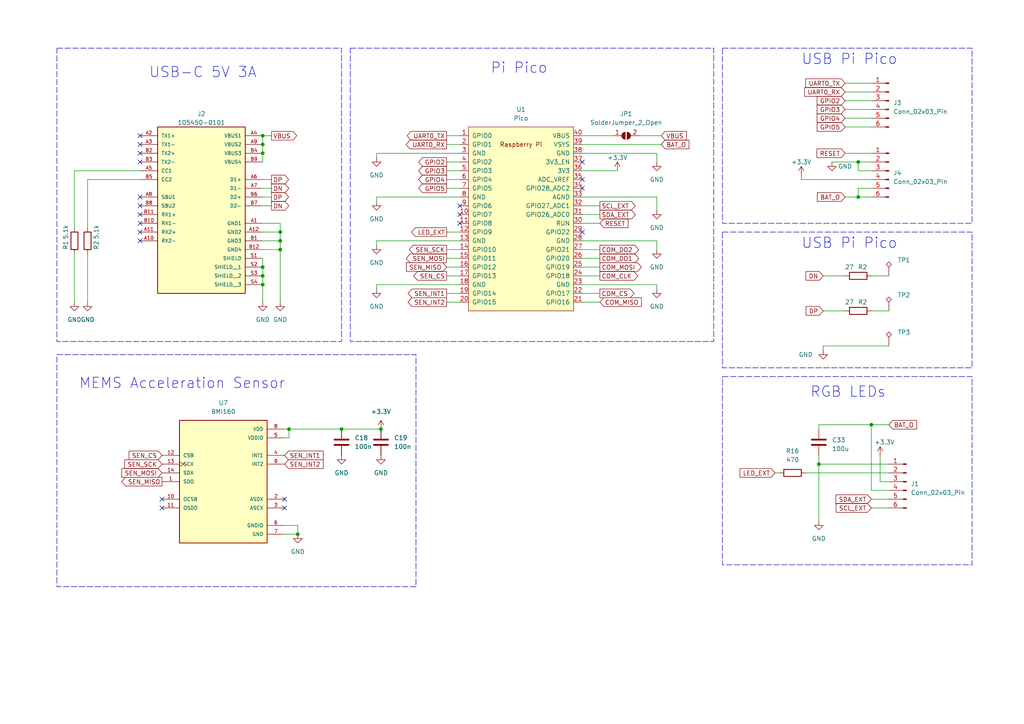
<source format=kicad_sch>
(kicad_sch (version 20230121) (generator eeschema)
  (paper "A4")
  (title_block (title "Frackstock ET2024") (date "2024-03-24") (rev "2") (company "Eberkreis Engineering"))
  (lib_symbols
    (symbol "105450-0101:105450-0101" (pin_names (offset 1.016))
      (property "Reference" "J" (at -12.7254 20.8534 0))
      (property "Value" "105450-0101" (at -12.7254 -30.5308 0))
      (symbol "105450-0101_0_0"
        (rectangle (start -12.7 -27.94) (end 12.7 20.32) (stroke (width 0.254)) (fill (type background)))
        (pin passive line (at 17.78 -7.62 180) (length 5.08) (name "GND1") (number "A1"))
        (pin passive line (at -17.78 -12.7 0) (length 5.08) (name "RX2-") (number "A10"))
        (pin passive line (at -17.78 -10.16 0) (length 5.08) (name "RX2+") (number "A11"))
        (pin passive line (at 17.78 -10.16 180) (length 5.08) (name "GND2") (number "A12"))
        (pin passive line (at -17.78 17.78 0) (length 5.08) (name "TX1+") (number "A2"))
        (pin passive line (at -17.78 15.24 0) (length 5.08) (name "TX1-") (number "A3"))
        (pin passive line (at 17.78 17.78 180) (length 5.08) (name "VBUS1") (number "A4"))
        (pin passive line (at -17.78 7.62 0) (length 5.08) (name "CC1") (number "A5"))
        (pin passive line (at 17.78 5.08 180) (length 5.08) (name "D1+") (number "A6"))
        (pin passive line (at 17.78 2.54 180) (length 5.08) (name "D1-") (number "A7"))
        (pin passive line (at -17.78 0 0) (length 5.08) (name "SBU1") (number "A8"))
        (pin passive line (at 17.78 15.24 180) (length 5.08) (name "VBUS2") (number "A9"))
        (pin passive line (at 17.78 -12.7 180) (length 5.08) (name "GND3") (number "B1"))
        (pin passive line (at -17.78 -7.62 0) (length 5.08) (name "RX1-") (number "B10"))
        (pin passive line (at -17.78 -5.08 0) (length 5.08) (name "RX1+") (number "B11"))
        (pin passive line (at 17.78 -15.24 180) (length 5.08) (name "GND4") (number "B12"))
        (pin passive line (at -17.78 12.7 0) (length 5.08) (name "TX2+") (number "B2"))
        (pin passive line (at -17.78 10.16 0) (length 5.08) (name "TX2-") (number "B3"))
        (pin passive line (at 17.78 12.7 180) (length 5.08) (name "VBUS3") (number "B4"))
        (pin passive line (at -17.78 5.08 0) (length 5.08) (name "CC2") (number "B5"))
        (pin passive line (at 17.78 0 180) (length 5.08) (name "D2+") (number "B6"))
        (pin passive line (at 17.78 -2.54 180) (length 5.08) (name "D2-") (number "B7"))
        (pin passive line (at -17.78 -2.54 0) (length 5.08) (name "SBU2") (number "B8"))
        (pin passive line (at 17.78 10.16 180) (length 5.08) (name "VBUS4") (number "B9"))
        (pin passive line (at 17.78 -17.78 180) (length 5.08) (name "SHIELD") (number "S1"))
        (pin passive line (at 17.78 -20.32 180) (length 5.08) (name "SHIELD__1") (number "S2"))
        (pin passive line (at 17.78 -22.86 180) (length 5.08) (name "SHIELD__2") (number "S3"))
        (pin passive line (at 17.78 -25.4 180) (length 5.08) (name "SHIELD__3") (number "S4"))
      )
    )
    (symbol "BMI160:BMI160" (pin_names (offset 1.016))
      (property "Reference" "U" (at -12.7 18.415 0))
      (property "Value" "BMI160" (at -12.7 -20.32 0))
      (symbol "BMI160_0_0"
        (rectangle (start -12.7 -17.78) (end 12.7 17.78) (stroke (width 0.254)) (fill (type background)))
        (pin bidirectional line (at -17.78 0 0) (length 5.08) (name "SDO") (number "1"))
        (pin input line (at -17.78 -5.08 0) (length 5.08) (name "OCSB") (number "10"))
        (pin output line (at -17.78 -7.62 0) (length 5.08) (name "OSDO") (number "11"))
        (pin input line (at -17.78 7.62 0) (length 5.08) (name "CSB") (number "12"))
        (pin input clock (at -17.78 5.08 0) (length 5.08) (name "SCX") (number "13"))
        (pin bidirectional line (at -17.78 2.54 0) (length 5.08) (name "SDX") (number "14"))
        (pin bidirectional line (at 17.78 -5.08 180) (length 5.08) (name "ASDX") (number "2"))
        (pin bidirectional line (at 17.78 -7.62 180) (length 5.08) (name "ASCX") (number "3"))
        (pin bidirectional line (at 17.78 7.62 180) (length 5.08) (name "INT1") (number "4"))
        (pin power_in line (at 17.78 12.7 180) (length 5.08) (name "VDDIO") (number "5"))
        (pin power_in line (at 17.78 -12.7 180) (length 5.08) (name "GNDIO") (number "6"))
        (pin power_in line (at 17.78 -15.24 180) (length 5.08) (name "GND") (number "7"))
        (pin power_in line (at 17.78 15.24 180) (length 5.08) (name "VDD") (number "8"))
        (pin bidirectional line (at 17.78 5.08 180) (length 5.08) (name "INT2") (number "9"))
      )
    )
    (symbol "Connector:Conn_01x06_Pin" (pin_names (offset 1.016) hide)
      (property "Reference" "J" (at 0 7.62 0))
      (property "Value" "Conn_01x06_Pin" (at 0 -10.16 0))
      (symbol "Conn_01x06_Pin_1_1"
        (polyline (pts (xy 1.27 -7.62) (xy 0.8636 -7.62)) (stroke (width 0.1524)))
        (polyline (pts (xy 1.27 -5.08) (xy 0.8636 -5.08)) (stroke (width 0.1524)))
        (polyline (pts (xy 1.27 -2.54) (xy 0.8636 -2.54)) (stroke (width 0.1524)))
        (polyline (pts (xy 1.27 0) (xy 0.8636 0)) (stroke (width 0.1524)))
        (polyline (pts (xy 1.27 2.54) (xy 0.8636 2.54)) (stroke (width 0.1524)))
        (polyline (pts (xy 1.27 5.08) (xy 0.8636 5.08)) (stroke (width 0.1524)))
        (rectangle (start 0.8636 -7.493) (end 0 -7.747) (stroke (width 0.1524)) (fill (type outline)))
        (rectangle (start 0.8636 -4.953) (end 0 -5.207) (stroke (width 0.1524)) (fill (type outline)))
        (rectangle (start 0.8636 -2.413) (end 0 -2.667) (stroke (width 0.1524)) (fill (type outline)))
        (rectangle (start 0.8636 0.127) (end 0 -0.127) (stroke (width 0.1524)) (fill (type outline)))
        (rectangle (start 0.8636 2.667) (end 0 2.413) (stroke (width 0.1524)) (fill (type outline)))
        (rectangle (start 0.8636 5.207) (end 0 4.953) (stroke (width 0.1524)) (fill (type outline)))
        (pin passive line (at 5.08 5.08 180) (length 3.81) (name "Pin_1") (number "1"))
        (pin passive line (at 5.08 2.54 180) (length 3.81) (name "Pin_2") (number "2"))
        (pin passive line (at 5.08 0 180) (length 3.81) (name "Pin_3") (number "3"))
        (pin passive line (at 5.08 -2.54 180) (length 3.81) (name "Pin_4") (number "4"))
        (pin passive line (at 5.08 -5.08 180) (length 3.81) (name "Pin_5") (number "5"))
        (pin passive line (at 5.08 -7.62 180) (length 3.81) (name "Pin_6") (number "6"))
      )
    )
    (symbol "Connector:TestPoint_Alt" (pin_numbers hide) (pin_names (offset 0.762) hide)
      (property "Reference" "TP" (at 0 6.858 0))
      (property "Value" "TestPoint_Alt" (at 0 5.08 0))
      (symbol "TestPoint_Alt_0_1"
        (polyline (pts (xy 0 2.54) (xy -0.762 3.302) (xy 0 4.064) (xy 0.762 3.302) (xy 0 2.54)))
      )
      (symbol "TestPoint_Alt_1_1"
        (pin passive line (at 0 0 90) (length 2.54) (name "1") (number "1"))
      )
    )
    (symbol "Device:C" (pin_numbers hide) (pin_names (offset 0.254))
      (property "Reference" "C" (at 0.635 2.54 0))
      (property "Value" "C" (at 0.635 -2.54 0))
      (symbol "C_0_1"
        (polyline (pts (xy -2.032 -0.762) (xy 2.032 -0.762)) (stroke (width 0.508)))
        (polyline (pts (xy -2.032 0.762) (xy 2.032 0.762)) (stroke (width 0.508)))
      )
      (symbol "C_1_1"
        (pin passive line (at 0 3.81 270) (length 2.794) (name "~") (number "1"))
        (pin passive line (at 0 -3.81 90) (length 2.794) (name "~") (number "2"))
      )
    )
    (symbol "Device:R" (pin_numbers hide) (pin_names (offset 0))
      (property "Reference" "R" (at 2.032 0 90))
      (property "Value" "R" (at 0 0 90))
      (symbol "R_0_1"
        (rectangle (start -1.016 -2.54) (end 1.016 2.54) (stroke (width 0.254)))
      )
      (symbol "R_1_1"
        (pin passive line (at 0 3.81 270) (length 1.27) (name "~") (number "1"))
        (pin passive line (at 0 -3.81 90) (length 1.27) (name "~") (number "2"))
      )
    )
    (symbol "Frack:Pico_ohne_Debug" (pin_names (offset 1.016))
      (property "Reference" "U" (at -13.97 27.94 0))
      (property "Value" "Pico" (at 0 19.05 0))
      (symbol "Pico_ohne_Debug_0_0"
        (text "Raspberry Pi" (at 0 21.59 0) (effects (font (size 1.27 1.27))))
      )
      (symbol "Pico_ohne_Debug_0_1"
        (rectangle (start -15.24 26.67) (end 15.24 -26.67) (fill (type background)))
      )
      (symbol "Pico_ohne_Debug_1_1"
        (pin bidirectional line (at -17.78 24.13 0) (length 2.54) (name "GPIO0") (number "1"))
        (pin bidirectional line (at -17.78 1.27 0) (length 2.54) (name "GPIO7") (number "10"))
        (pin bidirectional line (at -17.78 -1.27 0) (length 2.54) (name "GPIO8") (number "11"))
        (pin bidirectional line (at -17.78 -3.81 0) (length 2.54) (name "GPIO9") (number "12"))
        (pin power_in line (at -17.78 -6.35 0) (length 2.54) (name "GND") (number "13"))
        (pin bidirectional line (at -17.78 -8.89 0) (length 2.54) (name "GPIO10") (number "14"))
        (pin bidirectional line (at -17.78 -11.43 0) (length 2.54) (name "GPIO11") (number "15"))
        (pin bidirectional line (at -17.78 -13.97 0) (length 2.54) (name "GPIO12") (number "16"))
        (pin bidirectional line (at -17.78 -16.51 0) (length 2.54) (name "GPIO13") (number "17"))
        (pin power_in line (at -17.78 -19.05 0) (length 2.54) (name "GND") (number "18"))
        (pin bidirectional line (at -17.78 -21.59 0) (length 2.54) (name "GPIO14") (number "19"))
        (pin bidirectional line (at -17.78 21.59 0) (length 2.54) (name "GPIO1") (number "2"))
        (pin bidirectional line (at -17.78 -24.13 0) (length 2.54) (name "GPIO15") (number "20"))
        (pin bidirectional line (at 17.78 -24.13 180) (length 2.54) (name "GPIO16") (number "21"))
        (pin bidirectional line (at 17.78 -21.59 180) (length 2.54) (name "GPIO17") (number "22"))
        (pin power_in line (at 17.78 -19.05 180) (length 2.54) (name "GND") (number "23"))
        (pin bidirectional line (at 17.78 -16.51 180) (length 2.54) (name "GPIO18") (number "24"))
        (pin bidirectional line (at 17.78 -13.97 180) (length 2.54) (name "GPIO19") (number "25"))
        (pin bidirectional line (at 17.78 -11.43 180) (length 2.54) (name "GPIO20") (number "26"))
        (pin bidirectional line (at 17.78 -8.89 180) (length 2.54) (name "GPIO21") (number "27"))
        (pin power_in line (at 17.78 -6.35 180) (length 2.54) (name "GND") (number "28"))
        (pin bidirectional line (at 17.78 -3.81 180) (length 2.54) (name "GPIO22") (number "29"))
        (pin power_in line (at -17.78 19.05 0) (length 2.54) (name "GND") (number "3"))
        (pin input line (at 17.78 -1.27 180) (length 2.54) (name "RUN") (number "30"))
        (pin bidirectional line (at 17.78 1.27 180) (length 2.54) (name "GPIO26_ADC0") (number "31"))
        (pin bidirectional line (at 17.78 3.81 180) (length 2.54) (name "GPIO27_ADC1") (number "32"))
        (pin power_in line (at 17.78 6.35 180) (length 2.54) (name "AGND") (number "33"))
        (pin bidirectional line (at 17.78 8.89 180) (length 2.54) (name "GPIO28_ADC2") (number "34"))
        (pin unspecified line (at 17.78 11.43 180) (length 2.54) (name "ADC_VREF") (number "35"))
        (pin unspecified line (at 17.78 13.97 180) (length 2.54) (name "3V3") (number "36"))
        (pin input line (at 17.78 16.51 180) (length 2.54) (name "3V3_EN") (number "37"))
        (pin bidirectional line (at 17.78 19.05 180) (length 2.54) (name "GND") (number "38"))
        (pin unspecified line (at 17.78 21.59 180) (length 2.54) (name "VSYS") (number "39"))
        (pin bidirectional line (at -17.78 16.51 0) (length 2.54) (name "GPIO2") (number "4"))
        (pin unspecified line (at 17.78 24.13 180) (length 2.54) (name "VBUS") (number "40"))
        (pin bidirectional line (at -17.78 13.97 0) (length 2.54) (name "GPIO3") (number "5"))
        (pin bidirectional line (at -17.78 11.43 0) (length 2.54) (name "GPIO4") (number "6"))
        (pin bidirectional line (at -17.78 8.89 0) (length 2.54) (name "GPIO5") (number "7"))
        (pin power_in line (at -17.78 6.35 0) (length 2.54) (name "GND") (number "8"))
        (pin bidirectional line (at -17.78 3.81 0) (length 2.54) (name "GPIO6") (number "9"))
      )
    )
    (symbol "Jumper:SolderJumper_2_Open" (pin_names (offset 0) hide)
      (property "Reference" "JP" (at 0 2.032 0))
      (property "Value" "SolderJumper_2_Open" (at 0 -2.54 0))
      (symbol "SolderJumper_2_Open_0_1"
        (arc (start -0.254 1.016) (mid -1.2656 0) (end -0.254 -1.016))
        (arc (start -0.254 1.016) (mid -1.2656 0) (end -0.254 -1.016) (fill (type outline)))
        (polyline (pts (xy -0.254 1.016) (xy -0.254 -1.016)))
        (polyline (pts (xy 0.254 1.016) (xy 0.254 -1.016)))
        (arc (start 0.254 -1.016) (mid 1.2656 0) (end 0.254 1.016))
        (arc (start 0.254 -1.016) (mid 1.2656 0) (end 0.254 1.016) (fill (type outline)))
      )
      (symbol "SolderJumper_2_Open_1_1"
        (pin passive line (at -3.81 0 0) (length 2.54) (name "A") (number "1"))
        (pin passive line (at 3.81 0 180) (length 2.54) (name "B") (number "2"))
      )
    )
    (symbol "power:+3.3V" (power) (pin_names (offset 0))
      (property "Value" "+3.3V" (at 0 3.556 0))
      (symbol "+3.3V_0_1"
        (polyline (pts (xy -0.762 1.27) (xy 0 2.54)))
        (polyline (pts (xy 0 0) (xy 0 2.54)))
        (polyline (pts (xy 0 2.54) (xy 0.762 1.27)))
      )
      (symbol "+3.3V_1_1"
        (pin power_in line (at 0 0 90) (length 0) hide (name "+3.3V") (number "1"))
      )
    )
    (symbol "power:GND" (power) (pin_names (offset 0))
      (property "Value" "GND" (at 0 -3.81 0))
      (symbol "GND_0_1"
        (polyline (pts (xy 0 0) (xy 0 -1.27) (xy 1.27 -1.27) (xy 0 -2.54) (xy -1.27 -1.27) (xy 0 -1.27)))
      )
      (symbol "GND_1_1"
        (pin power_in line (at 0 0 270) (length 0) hide (name "GND") (number "1"))
      )
    )
  )
  (junction (at 76.2 44.45))
  (junction (at 83.82 124.46))
  (junction (at 252.73 123.19))
  (junction (at 76.2 82.55))
  (junction (at 76.2 41.91))
  (junction (at 237.49 134.62))
  (junction (at 248.92 57.15))
  (junction (at 86.36 154.94))
  (junction (at 81.28 67.31))
  (junction (at 99.06 124.46))
  (junction (at 76.2 77.47))
  (junction (at 76.2 39.37))
  (junction (at 248.92 46.99))
  (junction (at 110.49 124.46))
  (junction (at 81.28 72.39))
  (junction (at 81.28 69.85))
  (junction (at 76.2 80.01))
  (no_connect (at 168.91 67.31))
  (no_connect (at 82.55 144.78))
  (no_connect (at 40.64 64.77))
  (no_connect (at 46.99 147.32))
  (no_connect (at 168.91 46.99))
  (no_connect (at 40.64 44.45))
  (no_connect (at 168.91 52.07))
  (no_connect (at 40.64 67.31))
  (no_connect (at 40.64 57.15))
  (no_connect (at 82.55 147.32))
  (no_connect (at 46.99 144.78))
  (no_connect (at 168.91 54.61))
  (no_connect (at 133.35 64.77))
  (no_connect (at 40.64 69.85))
  (no_connect (at 40.64 62.23))
  (no_connect (at 133.35 59.69))
  (no_connect (at 40.64 46.99))
  (no_connect (at 40.64 39.37))
  (no_connect (at 133.35 62.23))
  (no_connect (at 40.64 59.69))
  (no_connect (at 40.64 41.91))
  (wire (pts (xy 168.91 87.63) (xy 173.99 87.63)))
  (wire (pts (xy 245.11 24.13) (xy 252.73 24.13)))
  (wire (pts (xy 129.54 52.07) (xy 133.35 52.07)))
  (wire (pts (xy 129.54 39.37) (xy 133.35 39.37)))
  (wire (pts (xy 76.2 74.93) (xy 76.2 77.47)))
  (wire (pts (xy 82.55 127) (xy 83.82 127)))
  (wire (pts (xy 190.5 57.15) (xy 190.5 60.96)))
  (wire (pts (xy 129.54 54.61) (xy 133.35 54.61)))
  (wire (pts (xy 78.74 52.07) (xy 76.2 52.07)))
  (wire (pts (xy 248.92 57.15) (xy 252.73 57.15)))
  (wire (pts (xy 185.42 39.37) (xy 191.77 39.37)))
  (wire (pts (xy 252.73 123.19) (xy 252.73 142.24)))
  (wire (pts (xy 109.22 44.45) (xy 109.22 45.72)))
  (wire (pts (xy 82.55 154.94) (xy 86.36 154.94)))
  (wire (pts (xy 245.11 31.75) (xy 252.73 31.75)))
  (wire (pts (xy 81.28 67.31) (xy 76.2 67.31)))
  (wire (pts (xy 129.54 41.91) (xy 133.35 41.91)))
  (wire (pts (xy 168.91 82.55) (xy 190.5 82.55)))
  (wire (pts (xy 248.92 54.61) (xy 248.92 57.15)))
  (wire (pts (xy 237.49 132.08) (xy 237.49 134.62)))
  (wire (pts (xy 78.74 59.69) (xy 76.2 59.69)))
  (wire (pts (xy 81.28 64.77) (xy 81.28 67.31)))
  (wire (pts (xy 109.22 57.15) (xy 109.22 58.42)))
  (wire (pts (xy 129.54 77.47) (xy 133.35 77.47)))
  (wire (pts (xy 168.91 57.15) (xy 190.5 57.15)))
  (wire (pts (xy 252.73 147.32) (xy 257.81 147.32)))
  (wire (pts (xy 248.92 49.53) (xy 248.92 46.99)))
  (wire (pts (xy 109.22 69.85) (xy 109.22 71.12)))
  (wire (pts (xy 168.91 80.01) (xy 173.99 80.01)))
  (wire (pts (xy 232.41 52.07) (xy 232.41 50.8)))
  (wire (pts (xy 255.27 139.7) (xy 257.81 139.7)))
  (wire (pts (xy 99.06 124.46) (xy 110.49 124.46)))
  (wire (pts (xy 190.5 44.45) (xy 190.5 46.99)))
  (wire (pts (xy 25.4 66.04) (xy 25.4 52.07)))
  (wire (pts (xy 252.73 52.07) (xy 232.41 52.07)))
  (wire (pts (xy 245.11 36.83) (xy 252.73 36.83)))
  (wire (pts (xy 129.54 74.93) (xy 133.35 74.93)))
  (wire (pts (xy 237.49 123.19) (xy 237.49 124.46)))
  (wire (pts (xy 78.74 54.61) (xy 76.2 54.61)))
  (wire (pts (xy 248.92 46.99) (xy 252.73 46.99)))
  (wire (pts (xy 25.4 52.07) (xy 40.64 52.07)))
  (wire (pts (xy 245.11 57.15) (xy 248.92 57.15)))
  (wire (pts (xy 76.2 44.45) (xy 76.2 46.99)))
  (wire (pts (xy 168.91 49.53) (xy 179.07 49.53)))
  (wire (pts (xy 238.76 80.01) (xy 245.11 80.01)))
  (wire (pts (xy 109.22 82.55) (xy 109.22 83.82)))
  (wire (pts (xy 168.91 69.85) (xy 190.5 69.85)))
  (wire (pts (xy 252.73 144.78) (xy 257.81 144.78)))
  (wire (pts (xy 168.91 39.37) (xy 177.8 39.37)))
  (wire (pts (xy 168.91 72.39) (xy 173.99 72.39)))
  (wire (pts (xy 21.59 87.63) (xy 21.59 73.66)))
  (wire (pts (xy 233.68 137.16) (xy 257.81 137.16)))
  (wire (pts (xy 133.35 44.45) (xy 109.22 44.45)))
  (wire (pts (xy 237.49 134.62) (xy 237.49 151.13)))
  (wire (pts (xy 168.91 44.45) (xy 190.5 44.45)))
  (wire (pts (xy 245.11 44.45) (xy 252.73 44.45)))
  (wire (pts (xy 252.73 90.17) (xy 257.81 90.17)))
  (wire (pts (xy 252.73 54.61) (xy 248.92 54.61)))
  (wire (pts (xy 86.36 152.4) (xy 86.36 154.94)))
  (wire (pts (xy 238.76 90.17) (xy 245.11 90.17)))
  (wire (pts (xy 21.59 49.53) (xy 21.59 66.04)))
  (wire (pts (xy 76.2 80.01) (xy 76.2 82.55)))
  (wire (pts (xy 237.49 123.19) (xy 252.73 123.19)))
  (wire (pts (xy 129.54 87.63) (xy 133.35 87.63)))
  (wire (pts (xy 76.2 39.37) (xy 78.74 39.37)))
  (wire (pts (xy 224.79 137.16) (xy 226.06 137.16)))
  (wire (pts (xy 257.81 123.19) (xy 252.73 123.19)))
  (wire (pts (xy 82.55 152.4) (xy 86.36 152.4)))
  (wire (pts (xy 241.3 46.99) (xy 248.92 46.99)))
  (wire (pts (xy 81.28 87.63) (xy 81.28 72.39)))
  (wire (pts (xy 190.5 69.85) (xy 190.5 72.39)))
  (wire (pts (xy 81.28 64.77) (xy 76.2 64.77)))
  (wire (pts (xy 168.91 59.69) (xy 173.99 59.69)))
  (wire (pts (xy 76.2 77.47) (xy 76.2 80.01)))
  (wire (pts (xy 252.73 80.01) (xy 257.81 80.01)))
  (wire (pts (xy 76.2 41.91) (xy 76.2 44.45)))
  (wire (pts (xy 129.54 80.01) (xy 133.35 80.01)))
  (wire (pts (xy 78.74 57.15) (xy 76.2 57.15)))
  (wire (pts (xy 25.4 87.63) (xy 25.4 73.66)))
  (wire (pts (xy 255.27 132.08) (xy 255.27 139.7)))
  (wire (pts (xy 129.54 72.39) (xy 133.35 72.39)))
  (wire (pts (xy 83.82 124.46) (xy 83.82 127)))
  (wire (pts (xy 129.54 49.53) (xy 133.35 49.53)))
  (wire (pts (xy 129.54 67.31) (xy 133.35 67.31)))
  (wire (pts (xy 190.5 82.55) (xy 190.5 83.82)))
  (wire (pts (xy 76.2 39.37) (xy 76.2 41.91)))
  (wire (pts (xy 81.28 69.85) (xy 81.28 72.39)))
  (wire (pts (xy 168.91 77.47) (xy 173.99 77.47)))
  (wire (pts (xy 82.55 124.46) (xy 83.82 124.46)))
  (wire (pts (xy 81.28 69.85) (xy 76.2 69.85)))
  (wire (pts (xy 252.73 142.24) (xy 257.81 142.24)))
  (wire (pts (xy 81.28 67.31) (xy 81.28 69.85)))
  (wire (pts (xy 168.91 85.09) (xy 173.99 85.09)))
  (wire (pts (xy 238.76 100.33) (xy 257.81 100.33)))
  (wire (pts (xy 168.91 74.93) (xy 173.99 74.93)))
  (wire (pts (xy 81.28 72.39) (xy 76.2 72.39)))
  (wire (pts (xy 168.91 64.77) (xy 173.99 64.77)))
  (wire (pts (xy 133.35 69.85) (xy 109.22 69.85)))
  (wire (pts (xy 133.35 57.15) (xy 109.22 57.15)))
  (wire (pts (xy 245.11 29.21) (xy 252.73 29.21)))
  (wire (pts (xy 76.2 87.63) (xy 76.2 82.55)))
  (wire (pts (xy 129.54 46.99) (xy 133.35 46.99)))
  (wire (pts (xy 133.35 82.55) (xy 109.22 82.55)))
  (wire (pts (xy 238.76 100.33) (xy 238.76 101.6)))
  (wire (pts (xy 129.54 85.09) (xy 133.35 85.09)))
  (wire (pts (xy 245.11 34.29) (xy 252.73 34.29)))
  (wire (pts (xy 168.91 62.23) (xy 173.99 62.23)))
  (wire (pts (xy 252.73 49.53) (xy 248.92 49.53)))
  (wire (pts (xy 237.49 134.62) (xy 257.81 134.62)))
  (wire (pts (xy 245.11 26.67) (xy 252.73 26.67)))
  (wire (pts (xy 83.82 124.46) (xy 99.06 124.46)))
  (wire (pts (xy 168.91 41.91) (xy 191.77 41.91)))
  (wire (pts (xy 21.59 49.53) (xy 40.64 49.53)))
  (rectangle (start 209.55 13.97) (end 281.94 64.77) (stroke (width 0) (type dash)))
  (rectangle (start 16.51 13.97) (end 99.06 99.06) (stroke (width 0) (type dash)))
  (rectangle (start 209.55 109.22) (end 281.94 163.83) (stroke (width 0) (type dash)))
  (rectangle (start 16.51 102.87) (end 120.65 170.18) (stroke (width 0) (type dash)))
  (rectangle (start 209.55 67.31) (end 281.94 106.68) (stroke (width 0) (type dash)))
  (rectangle (start 101.6 13.97) (end 207.01 99.06) (stroke (width 0) (type dash)))
  (text "USB Pi Pico\n" (at 232.41 19.05 0) (effects (font (size 3 3)) (justify left bottom)))
  (text "RGB LEDs" (at 234.95 115.57 0) (effects (font (size 3 3)) (justify left bottom)))
  (text "USB-C 5V 3A" (at 43.18 22.86 0) (effects (font (size 3 3)) (justify left bottom)))
  (text "USB Pi Pico\n" (at 232.41 72.39 0) (effects (font (size 3 3)) (justify left bottom)))
  (text "MEMS Acceleration Sensor" (at 22.86 113.03 0) (effects (font (size 3 3)) (justify left bottom)))
  (text "Pi Pico\n" (at 142.24 21.59 0) (effects (font (size 3 3)) (justify left bottom)))
  (global_label "DP" (shape input) (at 238.76 90.17 180) (property "Intersheetrefs" "${INTERSHEET_REFS}" (effects hide)))
  (global_label "BAT_O" (shape input) (at 191.77 41.91 0) (property "Intersheetrefs" "${INTERSHEET_REFS}" (effects hide)))
  (global_label "SEN_CS" (shape output) (at 129.54 80.01 180) (property "Intersheetrefs" "${INTERSHEET_REFS}" (effects hide)))
  (global_label "SEN_SCK" (shape input) (at 46.99 134.62 180) (property "Intersheetrefs" "${INTERSHEET_REFS}" (effects hide)))
  (global_label "VBUS" (shape output) (at 78.74 39.37 0) (property "Intersheetrefs" "${INTERSHEET_REFS}" (effects hide)))
  (global_label "UART0_TX" (shape output) (at 129.54 39.37 180) (property "Intersheetrefs" "${INTERSHEET_REFS}" (effects hide)))
  (global_label "SDA_EXT" (shape input) (at 252.73 144.78 180) (property "Intersheetrefs" "${INTERSHEET_REFS}" (effects hide)))
  (global_label "GPIO4" (shape output) (at 129.54 52.07 180) (property "Intersheetrefs" "${INTERSHEET_REFS}" (effects hide)))
  (global_label "GPIO3" (shape output) (at 129.54 49.53 180) (property "Intersheetrefs" "${INTERSHEET_REFS}" (effects hide)))
  (global_label "SEN_SCK" (shape output) (at 129.54 72.39 180) (property "Intersheetrefs" "${INTERSHEET_REFS}" (effects hide)))
  (global_label "RESET" (shape input) (at 245.11 44.45 180) (property "Intersheetrefs" "${INTERSHEET_REFS}" (effects hide)))
  (global_label "UART0_TX" (shape input) (at 245.11 24.13 180) (property "Intersheetrefs" "${INTERSHEET_REFS}" (effects hide)))
  (global_label "COM_DO2" (shape output) (at 173.99 72.39 0) (property "Intersheetrefs" "${INTERSHEET_REFS}" (effects hide)))
  (global_label "COM_MOSI" (shape output) (at 173.99 77.47 0) (property "Intersheetrefs" "${INTERSHEET_REFS}" (effects hide)))
  (global_label "COM_CLK" (shape output) (at 173.99 80.01 0) (property "Intersheetrefs" "${INTERSHEET_REFS}" (effects hide)))
  (global_label "SEN_INT2" (shape output) (at 129.54 87.63 180) (property "Intersheetrefs" "${INTERSHEET_REFS}" (effects hide)))
  (global_label "COM_CS" (shape output) (at 173.99 85.09 0) (property "Intersheetrefs" "${INTERSHEET_REFS}" (effects hide)))
  (global_label "UART0_RX" (shape output) (at 129.54 41.91 180) (property "Intersheetrefs" "${INTERSHEET_REFS}" (effects hide)))
  (global_label "GPIO3" (shape input) (at 245.11 31.75 180) (property "Intersheetrefs" "${INTERSHEET_REFS}" (effects hide)))
  (global_label "DP" (shape output) (at 78.74 57.15 0) (property "Intersheetrefs" "${INTERSHEET_REFS}" (effects hide)))
  (global_label "SEN_MOSI" (shape input) (at 46.99 137.16 180) (property "Intersheetrefs" "${INTERSHEET_REFS}" (effects hide)))
  (global_label "UART0_RX" (shape input) (at 245.11 26.67 180) (property "Intersheetrefs" "${INTERSHEET_REFS}" (effects hide)))
  (global_label "GPIO5" (shape input) (at 245.11 36.83 180) (property "Intersheetrefs" "${INTERSHEET_REFS}" (effects hide)))
  (global_label "GPIO2" (shape input) (at 245.11 29.21 180) (property "Intersheetrefs" "${INTERSHEET_REFS}" (effects hide)))
  (global_label "GPIO5" (shape output) (at 129.54 54.61 180) (property "Intersheetrefs" "${INTERSHEET_REFS}" (effects hide)))
  (global_label "SEN_MISO" (shape input) (at 129.54 77.47 180) (property "Intersheetrefs" "${INTERSHEET_REFS}" (effects hide)))
  (global_label "GPIO2" (shape output) (at 129.54 46.99 180) (property "Intersheetrefs" "${INTERSHEET_REFS}" (effects hide)))
  (global_label "COM_DO1" (shape output) (at 173.99 74.93 0) (property "Intersheetrefs" "${INTERSHEET_REFS}" (effects hide)))
  (global_label "SCL_EXT" (shape input) (at 252.73 147.32 180) (property "Intersheetrefs" "${INTERSHEET_REFS}" (effects hide)))
  (global_label "DN" (shape input) (at 238.76 80.01 180) (property "Intersheetrefs" "${INTERSHEET_REFS}" (effects hide)))
  (global_label "RESET" (shape input) (at 173.99 64.77 0) (property "Intersheetrefs" "${INTERSHEET_REFS}" (effects hide)))
  (global_label "LED_EXT" (shape input) (at 224.79 137.16 180) (property "Intersheetrefs" "${INTERSHEET_REFS}" (effects hide)))
  (global_label "SDA_EXT" (shape output) (at 173.99 62.23 0) (property "Intersheetrefs" "${INTERSHEET_REFS}" (effects hide)))
  (global_label "GPIO4" (shape input) (at 245.11 34.29 180) (property "Intersheetrefs" "${INTERSHEET_REFS}" (effects hide)))
  (global_label "DP" (shape output) (at 78.74 52.07 0) (property "Intersheetrefs" "${INTERSHEET_REFS}" (effects hide)))
  (global_label "SEN_MISO" (shape output) (at 46.99 139.7 180) (property "Intersheetrefs" "${INTERSHEET_REFS}" (effects hide)))
  (global_label "VBUS" (shape input) (at 191.77 39.37 0) (property "Intersheetrefs" "${INTERSHEET_REFS}" (effects hide)))
  (global_label "BAT_O" (shape input) (at 257.81 123.19 0) (property "Intersheetrefs" "${INTERSHEET_REFS}" (effects hide)))
  (global_label "COM_MISO" (shape input) (at 173.99 87.63 0) (property "Intersheetrefs" "${INTERSHEET_REFS}" (effects hide)))
  (global_label "SEN_INT1" (shape input) (at 82.55 132.08 0) (property "Intersheetrefs" "${INTERSHEET_REFS}" (effects hide)))
  (global_label "BAT_O" (shape input) (at 245.11 57.15 180) (property "Intersheetrefs" "${INTERSHEET_REFS}" (effects hide)))
  (global_label "SEN_MOSI" (shape output) (at 129.54 74.93 180) (property "Intersheetrefs" "${INTERSHEET_REFS}" (effects hide)))
  (global_label "DN" (shape output) (at 78.74 59.69 0) (property "Intersheetrefs" "${INTERSHEET_REFS}" (effects hide)))
  (global_label "SEN_INT2" (shape input) (at 82.55 134.62 0) (property "Intersheetrefs" "${INTERSHEET_REFS}" (effects hide)))
  (global_label "LED_EXT" (shape output) (at 129.54 67.31 180) (property "Intersheetrefs" "${INTERSHEET_REFS}" (effects hide)))
  (global_label "SEN_CS" (shape input) (at 46.99 132.08 180) (property "Intersheetrefs" "${INTERSHEET_REFS}" (effects hide)))
  (global_label "DN" (shape output) (at 78.74 54.61 0) (property "Intersheetrefs" "${INTERSHEET_REFS}" (effects hide)))
  (global_label "SEN_INT1" (shape output) (at 129.54 85.09 180) (property "Intersheetrefs" "${INTERSHEET_REFS}" (effects hide)))
  (global_label "SCL_EXT" (shape output) (at 173.99 59.69 0) (property "Intersheetrefs" "${INTERSHEET_REFS}" (effects hide)))
  (symbol (lib_id "power:GND") (at 110.49 132.08 0) (unit 1)
    (property "Reference" "#PWR0141" (effects hide))
    (property "Value" "GND" (at 110.49 137.16 0))
    (instances (project "Frackstock" (path "" (reference "#PWR0141") (unit 1)) (path "" (reference "#PWR033") (unit 1))))
  )
  (symbol (lib_id "Device:C") (at 110.49 128.27 0) (unit 1)
    (property "Reference" "C19" (at 114.3 126.9999 0) (effects (justify left)))
    (property "Value" "100n" (at 114.3 129.5399 0) (effects (justify left)))
    (property "Footprint" "Capacitor_SMD:C_0603_1608Metric_Pad1.08x0.95mm_HandSolder" (effects hide))
    (property "Note" "https://www.lcsc.com/product-detail/Multilayer-Ceramic-Capacitors-MLCC-SMD-SMT_FH-Guangdong-Fenghua-Advanced-Tech-0201X104K6R3NT_C66938.html" (effects hide))
    (property "vendor" "C30926" (effects hide))
    (property "Vendor" "C30926" (effects hide))
    (property "LCSC" "C66938" (effects hide))
    (instances (project "Frackstock" (path "" (reference "C19") (unit 1)) (path "" (reference "C5") (unit 1))))
  )
  (symbol (lib_id "power:GND") (at 109.22 45.72 0) (unit 1)
    (property "Reference" "#PWR08" (effects hide))
    (property "Value" "GND" (at 109.22 50.8 0))
  )
  (symbol (lib_id "Device:R") (at 248.92 90.17 270) (unit 1)
    (property "Reference" "R2" (at 250.19 87.63 90))
    (property "Value" "27" (at 246.38 87.63 90))
    (property "Footprint" "Resistor_SMD:R_0603_1608Metric_Pad0.98x0.95mm_HandSolder" (effects hide))
    (instances (project "Frackstock" (path "" (reference "R2") (unit 1)) (path "" (reference "R10") (unit 1))))
  )
  (symbol (lib_id "Connector:Conn_01x06_Pin") (at 257.81 49.53 0) (mirror y) (unit 1)
    (property "Reference" "J4" (at 259.08 50.165 0) (effects (justify right)))
    (property "Value" "Conn_02x03_Pin" (at 259.08 52.705 0) (effects (justify right)))
    (property "Footprint" "Frack:PinHeader_2x03_P2.54mm_Vertical_SMD_kleiner" (effects hide))
  )
  (symbol (lib_id "Connector:TestPoint_Alt") (at 257.81 100.33 0) (unit 1)
    (property "Reference" "TP3" (at 260.35 96.393 0) (effects (justify left)))
    (property "Value" "TestPoint_Alt" (effects hide))
    (property "Footprint" "TestPoint:TestPoint_Pad_1.5x1.5mm" (effects hide))
  )
  (symbol (lib_id "power:GND") (at 109.22 83.82 0) (unit 1)
    (property "Reference" "#PWR011" (effects hide))
    (property "Value" "GND" (at 109.22 88.9 0))
  )
  (symbol (lib_id "power:GND") (at 241.3 46.99 0) (unit 1)
    (property "Reference" "#PWR012" (effects hide))
    (property "Value" "GND" (at 245.11 48.26 0))
  )
  (symbol (lib_id "power:GND") (at 238.76 101.6 0) (unit 1)
    (property "Reference" "#PWR02" (effects hide))
    (property "Value" "GND" (at 233.68 102.87 0))
  )
  (symbol (lib_id "power:GND") (at 25.4 87.63 0) (unit 1)
    (property "Reference" "#PWR015" (effects hide))
    (property "Value" "GND" (at 25.4 92.71 0))
    (instances (project "Frackstock" (path "" (reference "#PWR015") (unit 1)) (path "" (reference "#PWR016") (unit 1))))
  )
  (symbol (lib_id "Jumper:SolderJumper_2_Open") (at 181.61 39.37 0) (unit 1)
    (property "Reference" "JP1" (at 181.61 33.02 0))
    (property "Value" "SolderJumper_2_Open" (at 181.61 35.56 0))
    (property "Footprint" "Jumper:SolderJumper-2_P1.3mm_Open_RoundedPad1.0x1.5mm" (effects hide))
  )
  (symbol (lib_id "power:GND") (at 190.5 72.39 0) (unit 1)
    (property "Reference" "#PWR05" (effects hide))
    (property "Value" "GND" (at 190.5 77.47 0))
  )
  (symbol (lib_id "Device:R") (at 248.92 80.01 270) (unit 1)
    (property "Reference" "R2" (at 250.19 77.47 90))
    (property "Value" "27" (at 246.38 77.47 90))
    (property "Footprint" "Resistor_SMD:R_0603_1608Metric_Pad0.98x0.95mm_HandSolder" (effects hide))
    (instances (project "Frackstock" (path "" (reference "R2") (unit 1)) (path "" (reference "R9") (unit 1))))
  )
  (symbol (lib_id "Connector:TestPoint_Alt") (at 257.81 90.17 0) (unit 1)
    (property "Reference" "TP2" (at 260.35 85.598 0) (effects (justify left)))
    (property "Value" "TestPoint_Alt" (effects hide))
    (property "Footprint" "Frack:TestPoint_Pad_1.5x1.5mm_small" (effects hide))
    (property "Info" "DP" (effects hide))
  )
  (symbol (lib_id "power:GND") (at 190.5 60.96 0) (unit 1)
    (property "Reference" "#PWR06" (effects hide))
    (property "Value" "GND" (at 190.5 66.04 0))
  )
  (symbol (lib_id "power:GND") (at 21.59 87.63 0) (unit 1)
    (property "Reference" "#PWR0114" (effects hide))
    (property "Value" "GND" (at 21.59 92.71 0))
    (instances (project "Frackstock" (path "" (reference "#PWR0114") (unit 1)) (path "" (reference "#PWR015") (unit 1))))
  )
  (symbol (lib_id "105450-0101:105450-0101") (at 58.42 57.15 0) (unit 1)
    (property "Reference" "J2" (at 58.42 33.02 0))
    (property "Value" "105450-0101" (at 58.42 35.56 0))
    (property "Footprint" "SnapEDA Library pretty:MOLEX_105450-0101" (effects hide))
    (property "Datasheet" "https://www.mouser.ch/ProductDetail/Molex/105450-0101?qs=sGAEpiMZZMvlX3nhDDO4AFIItd6H0sxyxkwmTtw6zvc%3D" (effects hide))
    (property "MF" "Molex" (effects hide))
  )
  (symbol (lib_id "power:GND") (at 190.5 46.99 0) (unit 1)
    (property "Reference" "#PWR07" (effects hide))
    (property "Value" "GND" (at 190.5 52.07 0))
  )
  (symbol (lib_id "Device:C") (at 99.06 128.27 0) (unit 1)
    (property "Reference" "C18" (at 102.87 126.9999 0) (effects (justify left)))
    (property "Value" "100n" (at 102.87 129.5399 0) (effects (justify left)))
    (property "Footprint" "Capacitor_SMD:C_0603_1608Metric_Pad1.08x0.95mm_HandSolder" (effects hide))
    (property "Note" "https://www.lcsc.com/product-detail/Multilayer-Ceramic-Capacitors-MLCC-SMD-SMT_FH-Guangdong-Fenghua-Advanced-Tech-0201X104K6R3NT_C66938.html" (effects hide))
    (property "vendor" "C30926" (effects hide))
    (property "Vendor" "C30926" (effects hide))
    (property "LCSC" "C66938" (effects hide))
    (instances (project "Frackstock" (path "" (reference "C18") (unit 1)) (path "" (reference "C4") (unit 1))))
  )
  (symbol (lib_id "power:GND") (at 109.22 71.12 0) (unit 1)
    (property "Reference" "#PWR010" (effects hide))
    (property "Value" "GND" (at 109.22 76.2 0))
  )
  (symbol (lib_id "Connector:Conn_01x06_Pin") (at 262.89 139.7 0) (mirror y) (unit 1)
    (property "Reference" "J1" (at 264.16 140.335 0) (effects (justify right)))
    (property "Value" "Conn_02x03_Pin" (at 264.16 142.875 0) (effects (justify right)))
    (property "Footprint" "Frack:PinHeader_2x03_P2.54mm_Vertical_SMD_kleiner" (effects hide))
  )
  (symbol (lib_id "Device:C") (at 237.49 128.27 180) (unit 1)
    (property "Reference" "C33" (at 241.3 127.635 0) (effects (justify right)))
    (property "Value" "100u" (at 241.3 130.175 0) (effects (justify right)))
    (property "Footprint" "Capacitor_SMD:C_0805_2012Metric_Pad1.18x1.45mm_HandSolder" (effects hide))
    (property "Datasheet" "https://www.distrelec.ch/de/elektrolytkondensator-fn-1000uf-3v-20-panasonic-eeefn0j102p/p/30381086?trackQuery=cat-DNAV_PL_03020105&pos=6&origPos=1&origPageSize=50&track=true&filterapplied=filter_Kapazit%25C3%25A4t%257E%257EuF%3D1000%26filter_categoryCodePathROOT%2Fcat-L2D_379525%2Fcat-L2-3D_528720%3Dcat-L3D_525329%26filter_categoryCodePathROOT%2Fcat-L2D_379525%3Dcat-L2-3D_528720%26filter_categoryCodePathROOT%2Fcat-L2D_379525%2Fcat-L2-3D_528720%2Fcat-L3D_525329%3Dcat-DNAV_PL_03020105%26filter_categoryCodePathROOT%3Dcat-L2D_379525&sid=5ab5457a0a032b35ba27ffe693d23b981c0d5f7c&itemList=category" (effects hide))
    (instances (project "Frackstock" (path "" (reference "C33") (unit 1)) (path "" (reference "C6") (unit 1))))
  )
  (symbol (lib_id "power:+3.3V") (at 110.49 124.46 0) (unit 1)
    (property "Reference" "#PWR0139" (effects hide))
    (property "Value" "+3.3V" (at 110.49 119.38 0))
    (instances (project "Frackstock" (path "" (reference "#PWR0139") (unit 1)) (path "" (reference "#PWR032") (unit 1))))
  )
  (symbol (lib_id "Connector:TestPoint_Alt") (at 257.81 80.01 0) (unit 1)
    (property "Reference" "TP1" (at 260.35 75.438 0) (effects (justify left)))
    (property "Value" "TestPoint_Alt" (effects hide))
    (property "Footprint" "Frack:TestPoint_Pad_1.5x1.5mm_small" (effects hide))
    (property "Info" "DM" (effects hide))
  )
  (symbol (lib_id "BMI160:BMI160") (at 64.77 139.7 0) (unit 1)
    (property "Reference" "U7" (at 64.77 116.84 0))
    (property "Value" "BMI160" (at 64.77 119.38 0))
    (property "Footprint" "Frack:PQFN50P250X300X88-14N" (effects hide))
    (property "Datasheet" "https://www.mouser.ch/datasheet/2/783/bst_bmi323_ds000-3159232.pdf" (effects hide))
    (property "Alternative" "BMI323" (effects hide))
    (property "Distributor" "https://de.aliexpress.com/item/1005006654442809.html?spm=a2g0o.productlist.main.35.46d5PGoVPGoVt5&algo_pvid=bfbec700-50be-455c-b787-980936155768&algo_exp_id=bfbec700-50be-455c-b787-980936155768-17&pdp_npi=4%40dis%21CHF%211.01%211.01%21%21%218.00%218.00%21%402101eab017112981204808178e5e4e%2112000037934244383%21sea%21CH%21754178929%21AC&curPageLogUid=Ftt0uZyBkpzH&utparam-url=scene%3Asearch%7Cquery_from%3A" (effects hide))
    (instances (project "Frackstock" (path "" (reference "U7") (unit 1)) (path "" (reference "U2") (unit 1))))
  )
  (symbol (lib_id "power:+3.3V") (at 255.27 132.08 0) (unit 1)
    (property "Reference" "#PWR03" (effects hide))
    (property "Value" "+3.3V" (at 256.54 128.27 0))
    (instances (project "Frackstock" (path "" (reference "#PWR03") (unit 1)) (path "" (reference "#PWR013") (unit 1))))
  )
  (symbol (lib_id "power:GND") (at 76.2 87.63 0) (unit 1)
    (property "Reference" "#PWR031" (effects hide))
    (property "Value" "GND" (at 76.2 92.71 0))
    (instances (project "Frackstock" (path "" (reference "#PWR031") (unit 1)) (path "" (reference "#PWR028") (unit 1))))
  )
  (symbol (lib_id "Device:R") (at 25.4 69.85 180) (unit 1)
    (property "Reference" "R2" (at 27.94 71.12 90))
    (property "Value" "5.1k" (at 27.94 67.31 90))
    (property "Footprint" "Resistor_SMD:R_0603_1608Metric_Pad0.98x0.95mm_HandSolder" (effects hide))
  )
  (symbol (lib_id "Frack:Pico_ohne_Debug") (at 151.13 63.5 0) (unit 1)
    (property "Reference" "U1" (at 151.13 31.75 0))
    (property "Value" "Pico" (at 151.13 34.29 0))
    (property "Footprint" "Frack:RPi_Pico_SMD_ohne_Debug" (effects hide))
  )
  (symbol (lib_id "Connector:Conn_01x06_Pin") (at 257.81 29.21 0) (mirror y) (unit 1)
    (property "Reference" "J3" (at 259.08 29.845 0) (effects (justify right)))
    (property "Value" "Conn_02x03_Pin" (at 259.08 32.385 0) (effects (justify right)))
    (property "Footprint" "Frack:PinHeader_2x03_P2.54mm_Vertical_SMD_kleiner" (effects hide))
  )
  (symbol (lib_id "power:GND") (at 99.06 132.08 0) (unit 1)
    (property "Reference" "#PWR0140" (effects hide))
    (property "Value" "GND" (at 99.06 137.16 0))
    (instances (project "Frackstock" (path "" (reference "#PWR0140") (unit 1)) (path "" (reference "#PWR031") (unit 1))))
  )
  (symbol (lib_id "power:GND") (at 81.28 87.63 0) (unit 1)
    (property "Reference" "#PWR016" (effects hide))
    (property "Value" "GND" (at 81.28 92.71 0))
    (instances (project "Frackstock" (path "" (reference "#PWR016") (unit 1)) (path "" (reference "#PWR029") (unit 1))))
  )
  (symbol (lib_id "Device:R") (at 229.87 137.16 90) (unit 1)
    (property "Reference" "R16" (at 229.87 130.81 90))
    (property "Value" "470" (at 229.87 133.35 90))
    (property "Footprint" "Resistor_SMD:R_0603_1608Metric_Pad0.98x0.95mm_HandSolder" (effects hide))
    (instances (project "Frackstock" (path "" (reference "R16") (unit 1)) (path "" (reference "R11") (unit 1))))
  )
  (symbol (lib_id "power:GND") (at 237.49 151.13 0) (unit 1)
    (property "Reference" "#PWR013" (effects hide))
    (property "Value" "GND" (at 237.49 156.21 0))
    (instances (project "Frackstock" (path "" (reference "#PWR013") (unit 1)) (path "" (reference "#PWR03") (unit 1))))
  )
  (symbol (lib_id "power:GND") (at 86.36 154.94 0) (unit 1)
    (property "Reference" "#PWR0138" (effects hide))
    (property "Value" "GND" (at 86.36 160.02 0))
    (instances (project "Frackstock" (path "" (reference "#PWR0138") (unit 1)) (path "" (reference "#PWR030") (unit 1))))
  )
  (symbol (lib_id "Device:R") (at 21.59 69.85 180) (unit 1)
    (property "Reference" "R1" (at 19.05 71.12 90))
    (property "Value" "5.1k" (at 19.05 67.31 90))
    (property "Footprint" "Resistor_SMD:R_0603_1608Metric_Pad0.98x0.95mm_HandSolder" (effects hide))
  )
  (symbol (lib_id "power:+3.3V") (at 179.07 49.53 0) (unit 1)
    (property "Reference" "#PWR0120" (effects hide))
    (property "Value" "+3.3V" (at 179.07 45.72 0))
    (instances (project "Frackstock" (path "" (reference "#PWR0120") (unit 1)) (path "" (reference "#PWR027") (unit 1))))
  )
  (symbol (lib_id "power:GND") (at 109.22 58.42 0) (unit 1)
    (property "Reference" "#PWR09" (effects hide))
    (property "Value" "GND" (at 109.22 63.5 0))
  )
  (symbol (lib_id "power:+3.3V") (at 232.41 50.8 0) (unit 1)
    (property "Reference" "#PWR0120" (effects hide))
    (property "Value" "+3.3V" (at 232.41 46.99 0))
    (instances (project "Frackstock" (path "" (reference "#PWR0120") (unit 1)) (path "" (reference "#PWR01") (unit 1))))
  )
  (symbol (lib_id "power:GND") (at 190.5 83.82 0) (unit 1)
    (property "Reference" "#PWR04" (effects hide))
    (property "Value" "GND" (at 190.5 88.9 0))
  )
)
</source>
